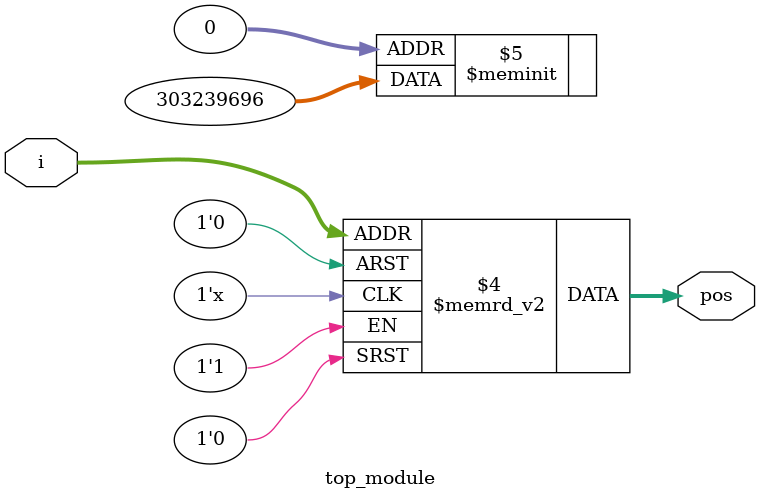
<source format=sv>
module top_module(
    input [3:0] i,
    output reg [1:0] pos
  );
  always @(*)
  begin
    case (i)
      4'h0:
        pos = 2'd0; // 0
      4'h1:
        pos = 2'd0; // 1
      4'h2:
        pos = 2'd1; // 10
      4'h3:
        pos = 2'd0; // 11
      4'h4:
        pos = 2'd2; // 100
      4'h5:
        pos = 2'd0; // 101
      4'h6:
        pos = 2'd1; // 110
      4'h7:
        pos = 2'd0; // 111
      4'h8:
        pos = 2'd3; // 1000
      4'h9:
        pos = 2'd0; // 1001
      4'ha:
        pos = 2'd1; // 1010
      4'hb:
        pos = 2'd0; // 1011
      4'hc:
        pos = 2'd2; // 1100
      4'hd:
        pos = 2'd0; // 1101
      4'he:
        pos = 2'd1; // 1110
      4'hf:
        pos = 2'd0; // 1111
    endcase
  end

`ifdef COCOTB_SIM

  initial
  begin
    $dumpfile ("top_module.vcd");
    $dumpvars (0, top_module);
    #1;
  end
`endif
endmodule

</source>
